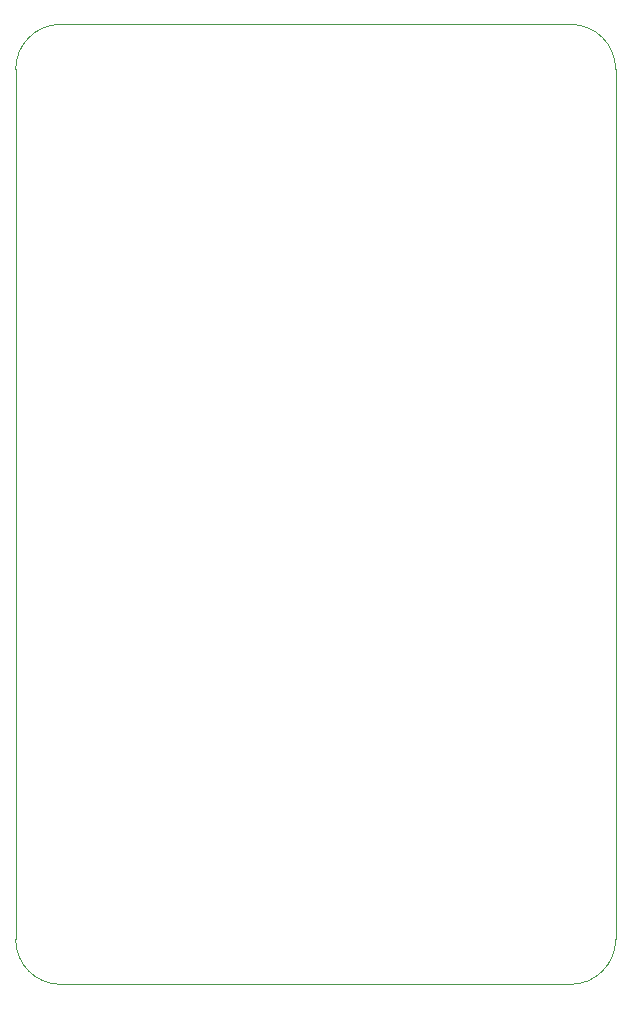
<source format=gbr>
%TF.GenerationSoftware,KiCad,Pcbnew,8.0.8*%
%TF.CreationDate,2025-08-24T09:26:37-04:00*%
%TF.ProjectId,project-protoboard,70726f6a-6563-4742-9d70-726f746f626f,rev?*%
%TF.SameCoordinates,Original*%
%TF.FileFunction,Profile,NP*%
%FSLAX46Y46*%
G04 Gerber Fmt 4.6, Leading zero omitted, Abs format (unit mm)*
G04 Created by KiCad (PCBNEW 8.0.8) date 2025-08-24 09:26:37*
%MOMM*%
%LPD*%
G01*
G04 APERTURE LIST*
%TA.AperFunction,Profile*%
%ADD10C,0.100000*%
%TD*%
G04 APERTURE END LIST*
D10*
X123190000Y-96520000D02*
G75*
G02*
X119380000Y-100330000I-3810000J0D01*
G01*
X123190000Y-96520000D02*
X123190000Y-22860000D01*
X72390000Y-22860000D02*
X72390000Y-96520000D01*
X119380000Y-19050000D02*
X76200000Y-19050000D01*
X76200000Y-100330000D02*
X119380000Y-100330000D01*
X119380000Y-19050000D02*
G75*
G02*
X123190000Y-22860000I0J-3810000D01*
G01*
X76200000Y-100330000D02*
G75*
G02*
X72390000Y-96520000I0J3810000D01*
G01*
X72390000Y-22860000D02*
G75*
G02*
X76200000Y-19050000I3810000J0D01*
G01*
M02*

</source>
